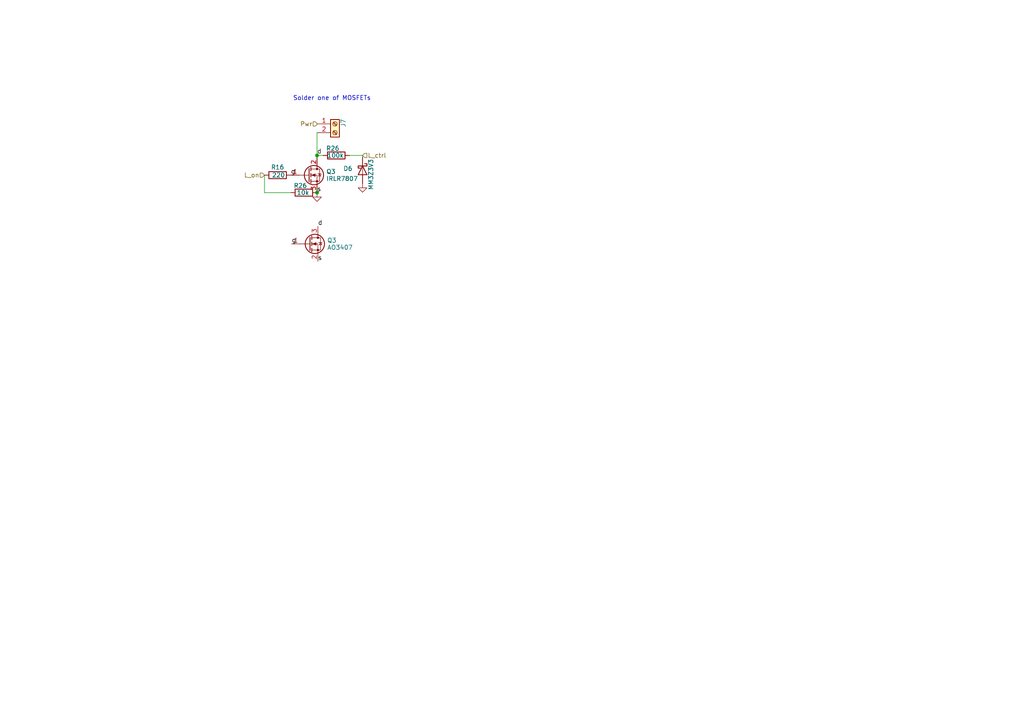
<source format=kicad_sch>
(kicad_sch (version 20230121) (generator eeschema)
  (paper "A4")
  (lib_symbols
    (symbol "Connector:Screw_Terminal_01x02" (pin_names (offset 1.016) hide)
      (property "Reference" "J" (at 0 2.54 0))
      (property "Value" "Screw_Terminal_01x02" (at 0 -5.08 0))
      (symbol "Screw_Terminal_01x02_1_1"
        (rectangle (start -1.27 1.27) (end 1.27 -3.81) (stroke (width 0.254)) (fill (type background)))
        (circle (center 0 -2.54) (radius 0.635) (stroke (width 0.1524)))
        (polyline (pts (xy -0.5334 -2.2098) (xy 0.3302 -3.048)) (stroke (width 0.1524)))
        (polyline (pts (xy -0.5334 0.3302) (xy 0.3302 -0.508)) (stroke (width 0.1524)))
        (polyline (pts (xy -0.3556 -2.032) (xy 0.508 -2.8702)) (stroke (width 0.1524)))
        (polyline (pts (xy -0.3556 0.508) (xy 0.508 -0.3302)) (stroke (width 0.1524)))
        (circle (center 0 0) (radius 0.635) (stroke (width 0.1524)))
        (pin passive line (at -5.08 0 0) (length 3.81) (name "Pin_1") (number "1"))
        (pin passive line (at -5.08 -2.54 0) (length 3.81) (name "Pin_2") (number "2"))
      )
    )
    (symbol "Device:D_Schottky" (pin_numbers hide) (pin_names (offset 1.016) hide)
      (property "Reference" "D" (at 0 2.54 0))
      (property "Value" "D_Schottky" (at 0 -2.54 0))
      (symbol "D_Schottky_0_1"
        (polyline (pts (xy 1.27 0) (xy -1.27 0)))
        (polyline (pts (xy 1.27 1.27) (xy 1.27 -1.27) (xy -1.27 0) (xy 1.27 1.27)) (stroke (width 0.254)))
        (polyline (pts (xy -1.905 0.635) (xy -1.905 1.27) (xy -1.27 1.27) (xy -1.27 -1.27) (xy -0.635 -1.27) (xy -0.635 -0.635)) (stroke (width 0.254)))
      )
      (symbol "D_Schottky_1_1"
        (pin passive line (at -3.81 0 0) (length 2.54) (name "K") (number "1"))
        (pin passive line (at 3.81 0 180) (length 2.54) (name "A") (number "2"))
      )
    )
    (symbol "Device:Q_NMOS_GDS" (pin_names (offset 0) hide)
      (property "Reference" "Q" (at 5.08 1.27 0))
      (property "Value" "Q_NMOS_GDS" (at 5.08 -1.27 0))
      (symbol "Q_NMOS_GDS_0_1"
        (polyline (pts (xy 0.254 0) (xy -2.54 0)))
        (polyline (pts (xy 0.254 1.905) (xy 0.254 -1.905)) (stroke (width 0.254)))
        (polyline (pts (xy 0.762 -1.27) (xy 0.762 -2.286)) (stroke (width 0.254)))
        (polyline (pts (xy 0.762 0.508) (xy 0.762 -0.508)) (stroke (width 0.254)))
        (polyline (pts (xy 0.762 2.286) (xy 0.762 1.27)) (stroke (width 0.254)))
        (polyline (pts (xy 2.54 2.54) (xy 2.54 1.778)))
        (polyline (pts (xy 2.54 -2.54) (xy 2.54 0) (xy 0.762 0)))
        (polyline (pts (xy 0.762 -1.778) (xy 3.302 -1.778) (xy 3.302 1.778) (xy 0.762 1.778)))
        (polyline (pts (xy 1.016 0) (xy 2.032 0.381) (xy 2.032 -0.381) (xy 1.016 0)) (fill (type outline)))
        (polyline (pts (xy 2.794 0.508) (xy 2.921 0.381) (xy 3.683 0.381) (xy 3.81 0.254)))
        (polyline (pts (xy 3.302 0.381) (xy 2.921 -0.254) (xy 3.683 -0.254) (xy 3.302 0.381)))
        (circle (center 1.651 0) (radius 2.794) (stroke (width 0.254)))
        (circle (center 2.54 -1.778) (radius 0.254) (fill (type outline)))
        (circle (center 2.54 1.778) (radius 0.254) (fill (type outline)))
      )
      (symbol "Q_NMOS_GDS_1_1"
        (pin input line (at -5.08 0 0) (length 2.54) (name "G") (number "1"))
        (pin passive line (at 2.54 5.08 270) (length 2.54) (name "D") (number "2"))
        (pin passive line (at 2.54 -5.08 90) (length 2.54) (name "S") (number "3"))
      )
    )
    (symbol "Device:Q_NMOS_GSD" (pin_names (offset 0) hide)
      (property "Reference" "Q" (at 5.08 1.27 0))
      (property "Value" "Q_NMOS_GSD" (at 5.08 -1.27 0))
      (symbol "Q_NMOS_GSD_0_1"
        (polyline (pts (xy 0.254 0) (xy -2.54 0)))
        (polyline (pts (xy 0.254 1.905) (xy 0.254 -1.905)) (stroke (width 0.254)))
        (polyline (pts (xy 0.762 -1.27) (xy 0.762 -2.286)) (stroke (width 0.254)))
        (polyline (pts (xy 0.762 0.508) (xy 0.762 -0.508)) (stroke (width 0.254)))
        (polyline (pts (xy 0.762 2.286) (xy 0.762 1.27)) (stroke (width 0.254)))
        (polyline (pts (xy 2.54 2.54) (xy 2.54 1.778)))
        (polyline (pts (xy 2.54 -2.54) (xy 2.54 0) (xy 0.762 0)))
        (polyline (pts (xy 0.762 -1.778) (xy 3.302 -1.778) (xy 3.302 1.778) (xy 0.762 1.778)))
        (polyline (pts (xy 1.016 0) (xy 2.032 0.381) (xy 2.032 -0.381) (xy 1.016 0)) (fill (type outline)))
        (polyline (pts (xy 2.794 0.508) (xy 2.921 0.381) (xy 3.683 0.381) (xy 3.81 0.254)))
        (polyline (pts (xy 3.302 0.381) (xy 2.921 -0.254) (xy 3.683 -0.254) (xy 3.302 0.381)))
        (circle (center 1.651 0) (radius 2.794) (stroke (width 0.254)))
        (circle (center 2.54 -1.778) (radius 0.254) (fill (type outline)))
        (circle (center 2.54 1.778) (radius 0.254) (fill (type outline)))
      )
      (symbol "Q_NMOS_GSD_1_1"
        (pin input line (at -5.08 0 0) (length 2.54) (name "G") (number "1"))
        (pin passive line (at 2.54 -5.08 90) (length 2.54) (name "S") (number "2"))
        (pin passive line (at 2.54 5.08 270) (length 2.54) (name "D") (number "3"))
      )
    )
    (symbol "Device:R" (pin_numbers hide) (pin_names (offset 0))
      (property "Reference" "R" (at 2.032 0 90))
      (property "Value" "R" (at 0 0 90))
      (symbol "R_0_1"
        (rectangle (start -1.016 -2.54) (end 1.016 2.54) (stroke (width 0.254)))
      )
      (symbol "R_1_1"
        (pin passive line (at 0 3.81 270) (length 1.27) (name "~") (number "1"))
        (pin passive line (at 0 -3.81 90) (length 1.27) (name "~") (number "2"))
      )
    )
    (symbol "GND_3" (power) (pin_names (offset 0))
      (property "Value" "GND_3" (at 0 -3.81 0))
      (symbol "GND_3_0_1"
        (polyline (pts (xy 0 0) (xy 0 -1.27) (xy 1.27 -1.27) (xy 0 -2.54) (xy -1.27 -1.27) (xy 0 -1.27)))
      )
      (symbol "GND_3_1_1"
        (pin power_in line (at 0 0 270) (length 0) hide (name "GND") (number "1"))
      )
    )
  )
  (junction (at 91.948 45.085))
  (junction (at 91.948 55.88))
  (wire (pts (xy 76.708 55.88) (xy 76.708 50.8)))
  (wire (pts (xy 105.156 45.085) (xy 101.346 45.085)))
  (wire (pts (xy 91.948 45.085) (xy 91.948 45.72)))
  (wire (pts (xy 84.328 55.88) (xy 76.708 55.88)))
  (wire (pts (xy 93.726 45.085) (xy 91.948 45.085)))
  (wire (pts (xy 105.156 45.593) (xy 105.156 45.085)))
  (wire (pts (xy 91.948 38.481) (xy 91.948 45.085)))
  (wire (pts (xy 92.075 38.481) (xy 91.948 38.481)))
  (text "Solder one of MOSFETs" (at 84.963 29.337 0) (effects (font (size 1.27 1.27)) (justify left bottom)))
  (label "g" (at 84.582 70.739 0))
  (label "d" (at 92.202 65.659 0))
  (label "s" (at 91.948 55.88 0))
  (label "d" (at 91.948 44.958 0))
  (label "s" (at 92.202 75.819 0))
  (label "g" (at 84.328 50.8 0))
  (hierarchical_label "L_ctrl" (shape input) (at 105.156 45.085 0))
  (hierarchical_label "Pwr" (shape input) (at 92.075 35.941 180))
  (hierarchical_label "L_on" (shape input) (at 76.708 50.8 180))
  (symbol (lib_id "Connector:Screw_Terminal_01x02") (at 97.155 35.941 0) (unit 1)
    (property "Reference" "J7" (at 99.568 35.687 90))
    (property "Value" "Lamp" (effects hide))
    (property "Footprint" "TerminalBlock_Phoenix:TerminalBlock_Phoenix_MKDS-1,5-2_1x02_P5.00mm_Horizontal" (effects hide))
    (instances (project "lamps" (path "" (reference "J7") (unit 1)) (path "" (reference "J2") (unit 1)) (path "" (reference "J7") (unit 1)) (path "" (reference "J11") (unit 1))) (project "stm32" (path "" (reference "J12") (unit 1))))
  )
  (symbol (lib_name "GND_3") (lib_id "power:GND") (at 91.948 55.88 0) (mirror y) (unit 1)
    (property "Reference" "#PWR032" (effects hide))
    (property "Value" "GND" (effects hide))
    (instances (project "lamps" (path "" (reference "#PWR032") (unit 1)) (path "" (reference "#PWR010") (unit 1)) (path "" (reference "#PWR032") (unit 1)) (path "" (reference "#PWR040") (unit 1))))
  )
  (symbol (lib_id "Device:D_Schottky") (at 105.156 49.403 270) (unit 1)
    (property "Reference" "D6" (at 99.568 48.895 90) (effects (justify left)))
    (property "Value" "MM3Z3V3" (at 107.569 46.101 0) (effects (justify left)))
    (property "Footprint" "Diode_SMD:D_0805_2012Metric_Pad1.15x1.40mm_HandSolder" (effects hide))
    (instances (project "lamps" (path "" (reference "D6") (unit 1)) (path "" (reference "D15") (unit 1)) (path "" (reference "D16") (unit 1)) (path "" (reference "D17") (unit 1)) (path "" (reference "D18") (unit 1)) (path "" (reference "D10") (unit 1)) (path "" (reference "D14") (unit 1))))
  )
  (symbol (lib_id "Device:R") (at 88.138 55.88 270) (unit 1)
    (property "Reference" "R26" (at 87.122 53.848 90))
    (property "Value" "10k" (at 87.884 55.88 90))
    (property "Footprint" "Resistor_SMD:R_0603_1608Metric_Pad0.98x0.95mm_HandSolder" (effects hide))
    (instances (project "lamps" (path "" (reference "R26") (unit 1)) (path "" (reference "R4") (unit 1)) (path "" (reference "R12") (unit 1)) (path "" (reference "R24") (unit 1))))
  )
  (symbol (lib_id "Device:R") (at 97.536 45.085 270) (unit 1)
    (property "Reference" "R26" (at 96.52 43.053 90))
    (property "Value" "100k" (at 97.282 45.085 90))
    (property "Footprint" "Resistor_SMD:R_0603_1608Metric_Pad0.98x0.95mm_HandSolder" (effects hide))
    (instances (project "lamps" (path "" (reference "R26") (unit 1)) (path "" (reference "R5") (unit 1)) (path "" (reference "R13") (unit 1)) (path "" (reference "R25") (unit 1))))
  )
  (symbol (lib_id "Device:Q_NMOS_GSD") (at 89.662 70.739 0) (unit 1)
    (property "Reference" "Q3" (at 94.869 69.715 0) (effects (justify left)))
    (property "Value" "AO3407" (at 94.869 71.763 0) (effects (justify left)))
    (property "Footprint" "Package_TO_SOT_SMD:SOT-23_Handsoldering" (effects hide))
    (instances (project "lamps" (path "" (reference "Q3") (unit 1)) (path "" (reference "Q3") (unit 1)) (path "" (reference "Q3") (unit 1)) (path "" (reference "Q4") (unit 1)) (path "" (reference "Q6") (unit 1)) (path "" (reference "Q8") (unit 1)) (path "" (reference "Q8") (unit 1))))
  )
  (symbol (lib_name "GND_3") (lib_id "power:GND") (at 105.156 53.213 0) (mirror y) (unit 1)
    (property "Reference" "#PWR032" (effects hide))
    (property "Value" "GND" (effects hide))
    (instances (project "lamps" (path "" (reference "#PWR032") (unit 1)) (path "" (reference "#PWR010") (unit 1)) (path "" (reference "#PWR033") (unit 1)) (path "" (reference "#PWR041") (unit 1))))
  )
  (symbol (lib_id "Device:Q_NMOS_GDS") (at 89.408 50.8 0) (unit 1)
    (property "Reference" "Q3" (at 94.615 49.776 0) (effects (justify left)))
    (property "Value" "IRLR7807" (at 94.615 51.824 0) (effects (justify left)))
    (property "Footprint" "Package_TO_SOT_SMD:TO-252-3_TabPin2" (effects hide))
    (instances (project "lamps" (path "" (reference "Q3") (unit 1)) (path "" (reference "Q2") (unit 1)) (path "" (reference "Q7") (unit 1))))
  )
  (symbol (lib_id "Device:R") (at 80.518 50.8 90) (unit 1)
    (property "Reference" "R16" (at 80.518 48.514 90))
    (property "Value" "220" (at 80.772 50.8 90))
    (property "Footprint" "Resistor_SMD:R_0603_1608Metric_Pad0.98x0.95mm_HandSolder" (effects hide))
    (instances (project "lamps" (path "" (reference "R16") (unit 1)) (path "" (reference "R3") (unit 1)) (path "" (reference "R11") (unit 1)) (path "" (reference "R23") (unit 1))))
  )
)
</source>
